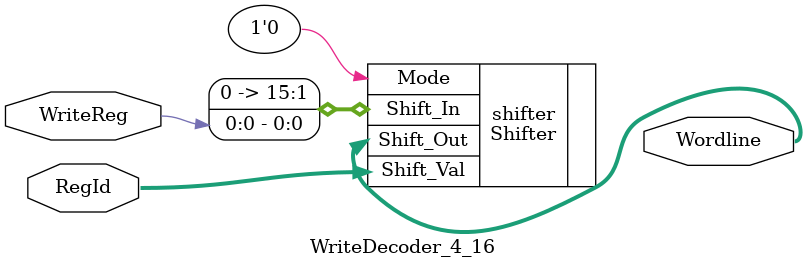
<source format=v>

module WriteDecoder_4_16(RegId, WriteReg, Wordline);

input [3:0] RegId;
input WriteReg;
output [15:0] Wordline;

Shifter shifter(.Shift_Out(Wordline), .Shift_In({15'h0, WriteReg}), .Shift_Val(RegId), .Mode(1'b0)); // Mode=0 is SLL

endmodule

</source>
